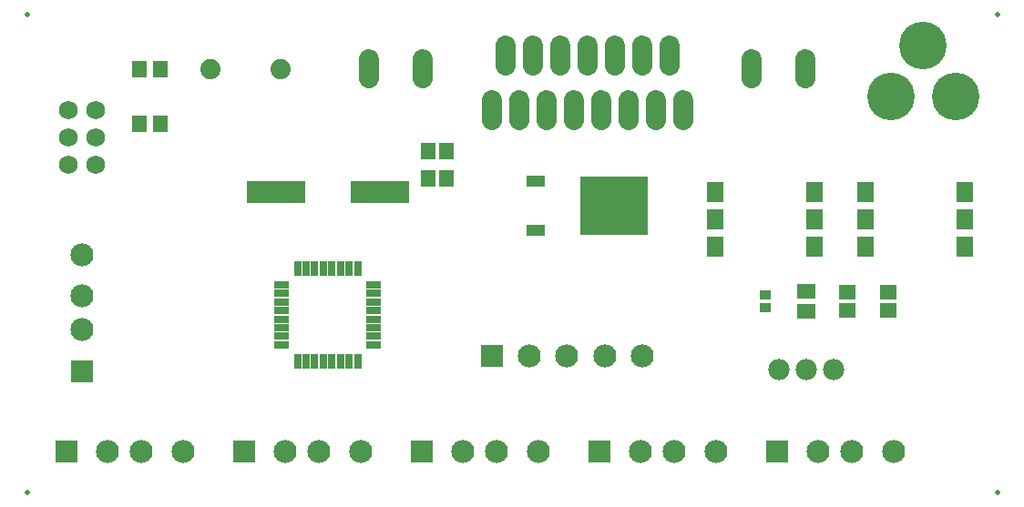
<source format=gts>
G75*
%MOIN*%
%OFA0B0*%
%FSLAX25Y25*%
%IPPOS*%
%LPD*%
%AMOC8*
5,1,8,0,0,1.08239X$1,22.5*
%
%ADD10C,0.01900*%
%ADD11R,0.05518X0.06306*%
%ADD12R,0.06306X0.05518*%
%ADD13C,0.07487*%
%ADD14R,0.24809X0.21660*%
%ADD15R,0.06699X0.04337*%
%ADD16C,0.06800*%
%ADD17R,0.08400X0.08400*%
%ADD18C,0.08400*%
%ADD19C,0.17400*%
%ADD20R,0.06384X0.07408*%
%ADD21R,0.03943X0.03746*%
%ADD22R,0.06699X0.05518*%
%ADD23C,0.07800*%
%ADD24C,0.07400*%
%ADD25R,0.05400X0.02600*%
%ADD26R,0.02600X0.05400*%
%ADD27R,0.21400X0.08000*%
%ADD28C,0.07450*%
D10*
X0011800Y0011800D03*
X0011800Y0186800D03*
X0366800Y0186800D03*
X0366800Y0011800D03*
D11*
X0165146Y0126800D03*
X0158454Y0126800D03*
X0158454Y0136800D03*
X0165146Y0136800D03*
X0060540Y0146800D03*
X0053060Y0146800D03*
X0053060Y0166800D03*
X0060540Y0166800D03*
D12*
X0311800Y0085146D03*
X0311800Y0078454D03*
X0326800Y0078454D03*
X0326800Y0085146D03*
D13*
X0251800Y0148257D02*
X0251800Y0155343D01*
X0241800Y0155343D02*
X0241800Y0148257D01*
X0231800Y0148257D02*
X0231800Y0155343D01*
X0221800Y0155343D02*
X0221800Y0148257D01*
X0211800Y0148257D02*
X0211800Y0155343D01*
X0201800Y0155343D02*
X0201800Y0148257D01*
X0191800Y0148257D02*
X0191800Y0155343D01*
X0181800Y0155343D02*
X0181800Y0148257D01*
X0186800Y0168257D02*
X0186800Y0175343D01*
X0196800Y0175343D02*
X0196800Y0168257D01*
X0206800Y0168257D02*
X0206800Y0175343D01*
X0216800Y0175343D02*
X0216800Y0168257D01*
X0226800Y0168257D02*
X0226800Y0175343D01*
X0236800Y0175343D02*
X0236800Y0168257D01*
X0246800Y0168257D02*
X0246800Y0175343D01*
D14*
X0226643Y0116800D03*
D15*
X0197902Y0107824D03*
X0197902Y0125776D03*
D16*
X0036800Y0131800D03*
X0026800Y0131800D03*
X0026800Y0141800D03*
X0036800Y0141800D03*
X0036800Y0151800D03*
X0026800Y0151800D03*
D17*
X0181800Y0061800D03*
X0156100Y0026800D03*
X0091100Y0026800D03*
X0031800Y0056100D03*
X0026100Y0026800D03*
X0221100Y0026800D03*
X0286100Y0026800D03*
D18*
X0301280Y0026800D03*
X0313659Y0026800D03*
X0328839Y0026800D03*
X0263839Y0026800D03*
X0248659Y0026800D03*
X0236280Y0026800D03*
X0198839Y0026800D03*
X0183659Y0026800D03*
X0171280Y0026800D03*
X0133839Y0026800D03*
X0118659Y0026800D03*
X0106280Y0026800D03*
X0068839Y0026800D03*
X0053659Y0026800D03*
X0041280Y0026800D03*
X0031800Y0071280D03*
X0031800Y0083659D03*
X0031800Y0098839D03*
X0195580Y0061800D03*
X0209359Y0061800D03*
X0223139Y0061800D03*
X0236918Y0061800D03*
D19*
X0327863Y0156800D03*
X0351485Y0156800D03*
X0339674Y0175304D03*
D20*
X0355087Y0121800D03*
X0355087Y0111800D03*
X0355087Y0101800D03*
X0318513Y0101800D03*
X0318513Y0111800D03*
X0318513Y0121800D03*
X0300087Y0121800D03*
X0300087Y0111800D03*
X0300087Y0101800D03*
X0263513Y0101800D03*
X0263513Y0111800D03*
X0263513Y0121800D03*
D21*
X0281800Y0084083D03*
X0281800Y0079517D03*
D22*
X0296800Y0078060D03*
X0296800Y0085540D03*
D23*
X0296800Y0056800D03*
X0286800Y0056800D03*
X0306800Y0056800D03*
D24*
X0104595Y0166800D03*
X0079005Y0166800D03*
D25*
X0104900Y0087824D03*
X0104900Y0084674D03*
X0104900Y0081524D03*
X0104900Y0078375D03*
X0104900Y0075225D03*
X0104900Y0072076D03*
X0104900Y0068926D03*
X0104900Y0065776D03*
X0138700Y0065776D03*
X0138700Y0068926D03*
X0138700Y0072076D03*
X0138700Y0075225D03*
X0138700Y0078375D03*
X0138700Y0081524D03*
X0138700Y0084674D03*
X0138700Y0087824D03*
D26*
X0132824Y0093700D03*
X0129674Y0093700D03*
X0126524Y0093700D03*
X0123375Y0093700D03*
X0120225Y0093700D03*
X0117076Y0093700D03*
X0113926Y0093700D03*
X0110776Y0093700D03*
X0110776Y0059900D03*
X0113926Y0059900D03*
X0117076Y0059900D03*
X0120225Y0059900D03*
X0123375Y0059900D03*
X0126524Y0059900D03*
X0129674Y0059900D03*
X0132824Y0059900D03*
D27*
X0140800Y0121800D03*
X0102800Y0121800D03*
D28*
X0136957Y0163275D02*
X0136957Y0170325D01*
X0156643Y0170325D02*
X0156643Y0163275D01*
X0276957Y0163275D02*
X0276957Y0170325D01*
X0296643Y0170325D02*
X0296643Y0163275D01*
M02*

</source>
